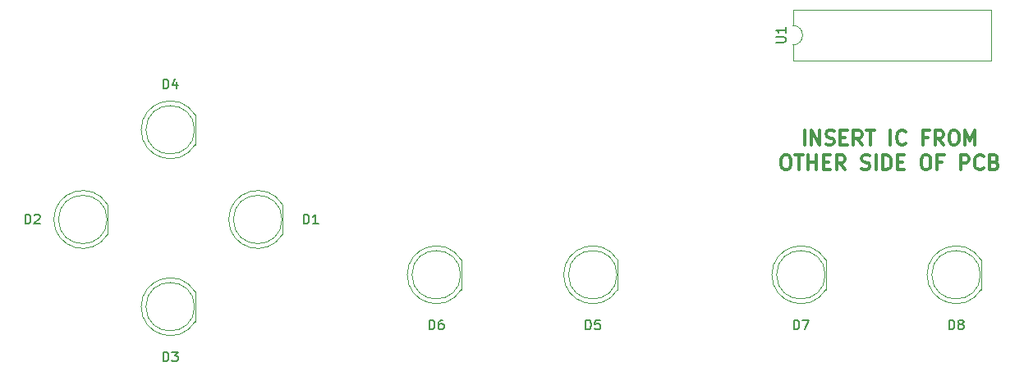
<source format=gto>
%TF.GenerationSoftware,KiCad,Pcbnew,5.1.10-88a1d61d58~88~ubuntu20.04.1*%
%TF.CreationDate,2021-05-28T03:57:09-05:00*%
%TF.ProjectId,vizboard-nes,76697a62-6f61-4726-942d-6e65732e6b69,rev?*%
%TF.SameCoordinates,Original*%
%TF.FileFunction,Legend,Top*%
%TF.FilePolarity,Positive*%
%FSLAX46Y46*%
G04 Gerber Fmt 4.6, Leading zero omitted, Abs format (unit mm)*
G04 Created by KiCad (PCBNEW 5.1.10-88a1d61d58~88~ubuntu20.04.1) date 2021-05-28 03:57:09*
%MOMM*%
%LPD*%
G01*
G04 APERTURE LIST*
%ADD10C,0.300000*%
%ADD11C,0.120000*%
%ADD12C,0.150000*%
%ADD13C,2.200000*%
%ADD14C,3.200000*%
%ADD15O,1.600000X1.600000*%
%ADD16R,1.600000X1.600000*%
%ADD17C,1.600000*%
%ADD18O,1.700000X1.700000*%
%ADD19R,1.700000X1.700000*%
%ADD20C,1.800000*%
%ADD21R,1.800000X1.800000*%
G04 APERTURE END LIST*
D10*
X156582285Y-82297571D02*
X156582285Y-80797571D01*
X157296571Y-82297571D02*
X157296571Y-80797571D01*
X158153714Y-82297571D01*
X158153714Y-80797571D01*
X158796571Y-82226142D02*
X159010857Y-82297571D01*
X159368000Y-82297571D01*
X159510857Y-82226142D01*
X159582285Y-82154714D01*
X159653714Y-82011857D01*
X159653714Y-81869000D01*
X159582285Y-81726142D01*
X159510857Y-81654714D01*
X159368000Y-81583285D01*
X159082285Y-81511857D01*
X158939428Y-81440428D01*
X158868000Y-81369000D01*
X158796571Y-81226142D01*
X158796571Y-81083285D01*
X158868000Y-80940428D01*
X158939428Y-80869000D01*
X159082285Y-80797571D01*
X159439428Y-80797571D01*
X159653714Y-80869000D01*
X160296571Y-81511857D02*
X160796571Y-81511857D01*
X161010857Y-82297571D02*
X160296571Y-82297571D01*
X160296571Y-80797571D01*
X161010857Y-80797571D01*
X162510857Y-82297571D02*
X162010857Y-81583285D01*
X161653714Y-82297571D02*
X161653714Y-80797571D01*
X162225142Y-80797571D01*
X162368000Y-80869000D01*
X162439428Y-80940428D01*
X162510857Y-81083285D01*
X162510857Y-81297571D01*
X162439428Y-81440428D01*
X162368000Y-81511857D01*
X162225142Y-81583285D01*
X161653714Y-81583285D01*
X162939428Y-80797571D02*
X163796571Y-80797571D01*
X163368000Y-82297571D02*
X163368000Y-80797571D01*
X165439428Y-82297571D02*
X165439428Y-80797571D01*
X167010857Y-82154714D02*
X166939428Y-82226142D01*
X166725142Y-82297571D01*
X166582285Y-82297571D01*
X166368000Y-82226142D01*
X166225142Y-82083285D01*
X166153714Y-81940428D01*
X166082285Y-81654714D01*
X166082285Y-81440428D01*
X166153714Y-81154714D01*
X166225142Y-81011857D01*
X166368000Y-80869000D01*
X166582285Y-80797571D01*
X166725142Y-80797571D01*
X166939428Y-80869000D01*
X167010857Y-80940428D01*
X169296571Y-81511857D02*
X168796571Y-81511857D01*
X168796571Y-82297571D02*
X168796571Y-80797571D01*
X169510857Y-80797571D01*
X170939428Y-82297571D02*
X170439428Y-81583285D01*
X170082285Y-82297571D02*
X170082285Y-80797571D01*
X170653714Y-80797571D01*
X170796571Y-80869000D01*
X170868000Y-80940428D01*
X170939428Y-81083285D01*
X170939428Y-81297571D01*
X170868000Y-81440428D01*
X170796571Y-81511857D01*
X170653714Y-81583285D01*
X170082285Y-81583285D01*
X171868000Y-80797571D02*
X172153714Y-80797571D01*
X172296571Y-80869000D01*
X172439428Y-81011857D01*
X172510857Y-81297571D01*
X172510857Y-81797571D01*
X172439428Y-82083285D01*
X172296571Y-82226142D01*
X172153714Y-82297571D01*
X171868000Y-82297571D01*
X171725142Y-82226142D01*
X171582285Y-82083285D01*
X171510857Y-81797571D01*
X171510857Y-81297571D01*
X171582285Y-81011857D01*
X171725142Y-80869000D01*
X171868000Y-80797571D01*
X173153714Y-82297571D02*
X173153714Y-80797571D01*
X173653714Y-81869000D01*
X174153714Y-80797571D01*
X174153714Y-82297571D01*
X154546571Y-83347571D02*
X154832285Y-83347571D01*
X154975142Y-83419000D01*
X155118000Y-83561857D01*
X155189428Y-83847571D01*
X155189428Y-84347571D01*
X155118000Y-84633285D01*
X154975142Y-84776142D01*
X154832285Y-84847571D01*
X154546571Y-84847571D01*
X154403714Y-84776142D01*
X154260857Y-84633285D01*
X154189428Y-84347571D01*
X154189428Y-83847571D01*
X154260857Y-83561857D01*
X154403714Y-83419000D01*
X154546571Y-83347571D01*
X155618000Y-83347571D02*
X156475142Y-83347571D01*
X156046571Y-84847571D02*
X156046571Y-83347571D01*
X156975142Y-84847571D02*
X156975142Y-83347571D01*
X156975142Y-84061857D02*
X157832285Y-84061857D01*
X157832285Y-84847571D02*
X157832285Y-83347571D01*
X158546571Y-84061857D02*
X159046571Y-84061857D01*
X159260857Y-84847571D02*
X158546571Y-84847571D01*
X158546571Y-83347571D01*
X159260857Y-83347571D01*
X160760857Y-84847571D02*
X160260857Y-84133285D01*
X159903714Y-84847571D02*
X159903714Y-83347571D01*
X160475142Y-83347571D01*
X160618000Y-83419000D01*
X160689428Y-83490428D01*
X160760857Y-83633285D01*
X160760857Y-83847571D01*
X160689428Y-83990428D01*
X160618000Y-84061857D01*
X160475142Y-84133285D01*
X159903714Y-84133285D01*
X162475142Y-84776142D02*
X162689428Y-84847571D01*
X163046571Y-84847571D01*
X163189428Y-84776142D01*
X163260857Y-84704714D01*
X163332285Y-84561857D01*
X163332285Y-84419000D01*
X163260857Y-84276142D01*
X163189428Y-84204714D01*
X163046571Y-84133285D01*
X162760857Y-84061857D01*
X162618000Y-83990428D01*
X162546571Y-83919000D01*
X162475142Y-83776142D01*
X162475142Y-83633285D01*
X162546571Y-83490428D01*
X162618000Y-83419000D01*
X162760857Y-83347571D01*
X163118000Y-83347571D01*
X163332285Y-83419000D01*
X163975142Y-84847571D02*
X163975142Y-83347571D01*
X164689428Y-84847571D02*
X164689428Y-83347571D01*
X165046571Y-83347571D01*
X165260857Y-83419000D01*
X165403714Y-83561857D01*
X165475142Y-83704714D01*
X165546571Y-83990428D01*
X165546571Y-84204714D01*
X165475142Y-84490428D01*
X165403714Y-84633285D01*
X165260857Y-84776142D01*
X165046571Y-84847571D01*
X164689428Y-84847571D01*
X166189428Y-84061857D02*
X166689428Y-84061857D01*
X166903714Y-84847571D02*
X166189428Y-84847571D01*
X166189428Y-83347571D01*
X166903714Y-83347571D01*
X168975142Y-83347571D02*
X169260857Y-83347571D01*
X169403714Y-83419000D01*
X169546571Y-83561857D01*
X169618000Y-83847571D01*
X169618000Y-84347571D01*
X169546571Y-84633285D01*
X169403714Y-84776142D01*
X169260857Y-84847571D01*
X168975142Y-84847571D01*
X168832285Y-84776142D01*
X168689428Y-84633285D01*
X168618000Y-84347571D01*
X168618000Y-83847571D01*
X168689428Y-83561857D01*
X168832285Y-83419000D01*
X168975142Y-83347571D01*
X170760857Y-84061857D02*
X170260857Y-84061857D01*
X170260857Y-84847571D02*
X170260857Y-83347571D01*
X170975142Y-83347571D01*
X172689428Y-84847571D02*
X172689428Y-83347571D01*
X173260857Y-83347571D01*
X173403714Y-83419000D01*
X173475142Y-83490428D01*
X173546571Y-83633285D01*
X173546571Y-83847571D01*
X173475142Y-83990428D01*
X173403714Y-84061857D01*
X173260857Y-84133285D01*
X172689428Y-84133285D01*
X175046571Y-84704714D02*
X174975142Y-84776142D01*
X174760857Y-84847571D01*
X174618000Y-84847571D01*
X174403714Y-84776142D01*
X174260857Y-84633285D01*
X174189428Y-84490428D01*
X174118000Y-84204714D01*
X174118000Y-83990428D01*
X174189428Y-83704714D01*
X174260857Y-83561857D01*
X174403714Y-83419000D01*
X174618000Y-83347571D01*
X174760857Y-83347571D01*
X174975142Y-83419000D01*
X175046571Y-83490428D01*
X176189428Y-84061857D02*
X176403714Y-84133285D01*
X176475142Y-84204714D01*
X176546571Y-84347571D01*
X176546571Y-84561857D01*
X176475142Y-84704714D01*
X176403714Y-84776142D01*
X176260857Y-84847571D01*
X175689428Y-84847571D01*
X175689428Y-83347571D01*
X176189428Y-83347571D01*
X176332285Y-83419000D01*
X176403714Y-83490428D01*
X176475142Y-83633285D01*
X176475142Y-83776142D01*
X176403714Y-83919000D01*
X176332285Y-83990428D01*
X176189428Y-84061857D01*
X175689428Y-84061857D01*
D11*
%TO.C,U1*%
X155402000Y-71956000D02*
X155402000Y-73606000D01*
X155402000Y-73606000D02*
X175842000Y-73606000D01*
X175842000Y-73606000D02*
X175842000Y-68306000D01*
X175842000Y-68306000D02*
X155402000Y-68306000D01*
X155402000Y-68306000D02*
X155402000Y-69956000D01*
X155402000Y-69956000D02*
G75*
G02*
X155402000Y-71956000I0J-1000000D01*
G01*
%TO.C,D8*%
X174726000Y-95721000D02*
G75*
G03*
X174726000Y-95721000I-2500000J0D01*
G01*
X174786000Y-97266000D02*
X174786000Y-94176000D01*
X169236000Y-95721462D02*
G75*
G02*
X174786000Y-94176170I2990000J462D01*
G01*
X169236000Y-95720538D02*
G75*
G03*
X174786000Y-97265830I2990000J-462D01*
G01*
%TO.C,D7*%
X158724000Y-95721000D02*
G75*
G03*
X158724000Y-95721000I-2500000J0D01*
G01*
X158784000Y-97266000D02*
X158784000Y-94176000D01*
X153234000Y-95721462D02*
G75*
G02*
X158784000Y-94176170I2990000J462D01*
G01*
X153234000Y-95720538D02*
G75*
G03*
X158784000Y-97265830I2990000J-462D01*
G01*
%TO.C,D6*%
X121132000Y-95721000D02*
G75*
G03*
X121132000Y-95721000I-2500000J0D01*
G01*
X121192000Y-97266000D02*
X121192000Y-94176000D01*
X115642000Y-95721462D02*
G75*
G02*
X121192000Y-94176170I2990000J462D01*
G01*
X115642000Y-95720538D02*
G75*
G03*
X121192000Y-97265830I2990000J-462D01*
G01*
%TO.C,D5*%
X137261000Y-95721000D02*
G75*
G03*
X137261000Y-95721000I-2500000J0D01*
G01*
X137321000Y-97266000D02*
X137321000Y-94176000D01*
X131771000Y-95721462D02*
G75*
G02*
X137321000Y-94176170I2990000J462D01*
G01*
X131771000Y-95720538D02*
G75*
G03*
X137321000Y-97265830I2990000J-462D01*
G01*
%TO.C,D4*%
X93700000Y-80735000D02*
G75*
G03*
X93700000Y-80735000I-2500000J0D01*
G01*
X93760000Y-82280000D02*
X93760000Y-79190000D01*
X88210000Y-80735462D02*
G75*
G02*
X93760000Y-79190170I2990000J462D01*
G01*
X88210000Y-80734538D02*
G75*
G03*
X93760000Y-82279830I2990000J-462D01*
G01*
%TO.C,D3*%
X93700000Y-99023000D02*
G75*
G03*
X93700000Y-99023000I-2500000J0D01*
G01*
X93760000Y-100568000D02*
X93760000Y-97478000D01*
X88210000Y-99023462D02*
G75*
G02*
X93760000Y-97478170I2990000J462D01*
G01*
X88210000Y-99022538D02*
G75*
G03*
X93760000Y-100567830I2990000J-462D01*
G01*
%TO.C,D2*%
X84683000Y-90006000D02*
G75*
G03*
X84683000Y-90006000I-2500000J0D01*
G01*
X84743000Y-91551000D02*
X84743000Y-88461000D01*
X79193000Y-90006462D02*
G75*
G02*
X84743000Y-88461170I2990000J462D01*
G01*
X79193000Y-90005538D02*
G75*
G03*
X84743000Y-91550830I2990000J-462D01*
G01*
%TO.C,D1*%
X102717000Y-90006000D02*
G75*
G03*
X102717000Y-90006000I-2500000J0D01*
G01*
X102777000Y-91551000D02*
X102777000Y-88461000D01*
X97227000Y-90006462D02*
G75*
G02*
X102777000Y-88461170I2990000J462D01*
G01*
X97227000Y-90005538D02*
G75*
G03*
X102777000Y-91550830I2990000J-462D01*
G01*
%TO.C,U1*%
D12*
X153644380Y-71717904D02*
X154453904Y-71717904D01*
X154549142Y-71670285D01*
X154596761Y-71622666D01*
X154644380Y-71527428D01*
X154644380Y-71336952D01*
X154596761Y-71241714D01*
X154549142Y-71194095D01*
X154453904Y-71146476D01*
X153644380Y-71146476D01*
X154644380Y-70146476D02*
X154644380Y-70717904D01*
X154644380Y-70432190D02*
X153644380Y-70432190D01*
X153787238Y-70527428D01*
X153882476Y-70622666D01*
X153930095Y-70717904D01*
%TO.C,D8*%
X171487904Y-101380380D02*
X171487904Y-100380380D01*
X171726000Y-100380380D01*
X171868857Y-100428000D01*
X171964095Y-100523238D01*
X172011714Y-100618476D01*
X172059333Y-100808952D01*
X172059333Y-100951809D01*
X172011714Y-101142285D01*
X171964095Y-101237523D01*
X171868857Y-101332761D01*
X171726000Y-101380380D01*
X171487904Y-101380380D01*
X172630761Y-100808952D02*
X172535523Y-100761333D01*
X172487904Y-100713714D01*
X172440285Y-100618476D01*
X172440285Y-100570857D01*
X172487904Y-100475619D01*
X172535523Y-100428000D01*
X172630761Y-100380380D01*
X172821238Y-100380380D01*
X172916476Y-100428000D01*
X172964095Y-100475619D01*
X173011714Y-100570857D01*
X173011714Y-100618476D01*
X172964095Y-100713714D01*
X172916476Y-100761333D01*
X172821238Y-100808952D01*
X172630761Y-100808952D01*
X172535523Y-100856571D01*
X172487904Y-100904190D01*
X172440285Y-100999428D01*
X172440285Y-101189904D01*
X172487904Y-101285142D01*
X172535523Y-101332761D01*
X172630761Y-101380380D01*
X172821238Y-101380380D01*
X172916476Y-101332761D01*
X172964095Y-101285142D01*
X173011714Y-101189904D01*
X173011714Y-100999428D01*
X172964095Y-100904190D01*
X172916476Y-100856571D01*
X172821238Y-100808952D01*
%TO.C,D7*%
X155485904Y-101380380D02*
X155485904Y-100380380D01*
X155724000Y-100380380D01*
X155866857Y-100428000D01*
X155962095Y-100523238D01*
X156009714Y-100618476D01*
X156057333Y-100808952D01*
X156057333Y-100951809D01*
X156009714Y-101142285D01*
X155962095Y-101237523D01*
X155866857Y-101332761D01*
X155724000Y-101380380D01*
X155485904Y-101380380D01*
X156390666Y-100380380D02*
X157057333Y-100380380D01*
X156628761Y-101380380D01*
%TO.C,D6*%
X117893904Y-101380380D02*
X117893904Y-100380380D01*
X118132000Y-100380380D01*
X118274857Y-100428000D01*
X118370095Y-100523238D01*
X118417714Y-100618476D01*
X118465333Y-100808952D01*
X118465333Y-100951809D01*
X118417714Y-101142285D01*
X118370095Y-101237523D01*
X118274857Y-101332761D01*
X118132000Y-101380380D01*
X117893904Y-101380380D01*
X119322476Y-100380380D02*
X119132000Y-100380380D01*
X119036761Y-100428000D01*
X118989142Y-100475619D01*
X118893904Y-100618476D01*
X118846285Y-100808952D01*
X118846285Y-101189904D01*
X118893904Y-101285142D01*
X118941523Y-101332761D01*
X119036761Y-101380380D01*
X119227238Y-101380380D01*
X119322476Y-101332761D01*
X119370095Y-101285142D01*
X119417714Y-101189904D01*
X119417714Y-100951809D01*
X119370095Y-100856571D01*
X119322476Y-100808952D01*
X119227238Y-100761333D01*
X119036761Y-100761333D01*
X118941523Y-100808952D01*
X118893904Y-100856571D01*
X118846285Y-100951809D01*
%TO.C,D5*%
X134022904Y-101380380D02*
X134022904Y-100380380D01*
X134261000Y-100380380D01*
X134403857Y-100428000D01*
X134499095Y-100523238D01*
X134546714Y-100618476D01*
X134594333Y-100808952D01*
X134594333Y-100951809D01*
X134546714Y-101142285D01*
X134499095Y-101237523D01*
X134403857Y-101332761D01*
X134261000Y-101380380D01*
X134022904Y-101380380D01*
X135499095Y-100380380D02*
X135022904Y-100380380D01*
X134975285Y-100856571D01*
X135022904Y-100808952D01*
X135118142Y-100761333D01*
X135356238Y-100761333D01*
X135451476Y-100808952D01*
X135499095Y-100856571D01*
X135546714Y-100951809D01*
X135546714Y-101189904D01*
X135499095Y-101285142D01*
X135451476Y-101332761D01*
X135356238Y-101380380D01*
X135118142Y-101380380D01*
X135022904Y-101332761D01*
X134975285Y-101285142D01*
%TO.C,D4*%
X90461904Y-76488380D02*
X90461904Y-75488380D01*
X90700000Y-75488380D01*
X90842857Y-75536000D01*
X90938095Y-75631238D01*
X90985714Y-75726476D01*
X91033333Y-75916952D01*
X91033333Y-76059809D01*
X90985714Y-76250285D01*
X90938095Y-76345523D01*
X90842857Y-76440761D01*
X90700000Y-76488380D01*
X90461904Y-76488380D01*
X91890476Y-75821714D02*
X91890476Y-76488380D01*
X91652380Y-75440761D02*
X91414285Y-76155047D01*
X92033333Y-76155047D01*
%TO.C,D3*%
X90461904Y-104682380D02*
X90461904Y-103682380D01*
X90700000Y-103682380D01*
X90842857Y-103730000D01*
X90938095Y-103825238D01*
X90985714Y-103920476D01*
X91033333Y-104110952D01*
X91033333Y-104253809D01*
X90985714Y-104444285D01*
X90938095Y-104539523D01*
X90842857Y-104634761D01*
X90700000Y-104682380D01*
X90461904Y-104682380D01*
X91366666Y-103682380D02*
X91985714Y-103682380D01*
X91652380Y-104063333D01*
X91795238Y-104063333D01*
X91890476Y-104110952D01*
X91938095Y-104158571D01*
X91985714Y-104253809D01*
X91985714Y-104491904D01*
X91938095Y-104587142D01*
X91890476Y-104634761D01*
X91795238Y-104682380D01*
X91509523Y-104682380D01*
X91414285Y-104634761D01*
X91366666Y-104587142D01*
%TO.C,D2*%
X76237904Y-90458380D02*
X76237904Y-89458380D01*
X76476000Y-89458380D01*
X76618857Y-89506000D01*
X76714095Y-89601238D01*
X76761714Y-89696476D01*
X76809333Y-89886952D01*
X76809333Y-90029809D01*
X76761714Y-90220285D01*
X76714095Y-90315523D01*
X76618857Y-90410761D01*
X76476000Y-90458380D01*
X76237904Y-90458380D01*
X77190285Y-89553619D02*
X77237904Y-89506000D01*
X77333142Y-89458380D01*
X77571238Y-89458380D01*
X77666476Y-89506000D01*
X77714095Y-89553619D01*
X77761714Y-89648857D01*
X77761714Y-89744095D01*
X77714095Y-89886952D01*
X77142666Y-90458380D01*
X77761714Y-90458380D01*
%TO.C,D1*%
X104939904Y-90458380D02*
X104939904Y-89458380D01*
X105178000Y-89458380D01*
X105320857Y-89506000D01*
X105416095Y-89601238D01*
X105463714Y-89696476D01*
X105511333Y-89886952D01*
X105511333Y-90029809D01*
X105463714Y-90220285D01*
X105416095Y-90315523D01*
X105320857Y-90410761D01*
X105178000Y-90458380D01*
X104939904Y-90458380D01*
X106463714Y-90458380D02*
X105892285Y-90458380D01*
X106178000Y-90458380D02*
X106178000Y-89458380D01*
X106082761Y-89601238D01*
X105987523Y-89696476D01*
X105892285Y-89744095D01*
%TD*%
%LPC*%
D13*
%TO.C,REF\u002A\u002A*%
X103709500Y-77242500D03*
%TD*%
%TO.C,REF\u002A\u002A*%
X131205000Y-67273000D03*
%TD*%
%TO.C,REF\u002A\u002A*%
X183719500Y-67273000D03*
%TD*%
%TO.C,REF\u002A\u002A*%
X183719500Y-102261500D03*
%TD*%
%TO.C,REF\u002A\u002A*%
X78690500Y-102261500D03*
%TD*%
%TO.C,REF\u002A\u002A*%
X126696500Y-102261500D03*
%TD*%
D14*
%TO.C,REF\u002A\u002A*%
X144717800Y-89244000D03*
%TD*%
%TO.C,REF\u002A\u002A*%
X138723400Y-86246800D03*
%TD*%
D15*
%TO.C,U2*%
X153938000Y-86704000D03*
X176798000Y-79084000D03*
X156478000Y-86704000D03*
X174258000Y-79084000D03*
X159018000Y-86704000D03*
X171718000Y-79084000D03*
X161558000Y-86704000D03*
X169178000Y-79084000D03*
X164098000Y-86704000D03*
X166638000Y-79084000D03*
X166638000Y-86704000D03*
X164098000Y-79084000D03*
X169178000Y-86704000D03*
X161558000Y-79084000D03*
X171718000Y-86704000D03*
X159018000Y-79084000D03*
X174258000Y-86704000D03*
X156478000Y-79084000D03*
X176798000Y-86704000D03*
D16*
X153938000Y-79084000D03*
%TD*%
D15*
%TO.C,U1*%
X156732000Y-67146000D03*
X174512000Y-74766000D03*
X159272000Y-67146000D03*
X171972000Y-74766000D03*
X161812000Y-67146000D03*
X169432000Y-74766000D03*
X164352000Y-67146000D03*
X166892000Y-74766000D03*
X166892000Y-67146000D03*
X164352000Y-74766000D03*
X169432000Y-67146000D03*
X161812000Y-74766000D03*
X171972000Y-67146000D03*
X159272000Y-74766000D03*
X174512000Y-67146000D03*
D16*
X156732000Y-74766000D03*
%TD*%
D15*
%TO.C,R8*%
X145810000Y-104230000D03*
D17*
X145810000Y-94070000D03*
%TD*%
D15*
%TO.C,R7*%
X140730000Y-104230000D03*
D17*
X140730000Y-94070000D03*
%TD*%
D15*
%TO.C,R6*%
X124982000Y-95594000D03*
D17*
X124982000Y-85434000D03*
%TD*%
D15*
%TO.C,R5*%
X128284000Y-95594000D03*
D17*
X128284000Y-85434000D03*
%TD*%
D15*
%TO.C,R4*%
X109234000Y-82132000D03*
D17*
X119394000Y-82132000D03*
%TD*%
%TO.C,R3*%
G36*
G01*
X105917480Y-101958520D02*
X105917480Y-101958520D01*
G75*
G02*
X105917480Y-103089890I-565685J-565685D01*
G01*
X105917480Y-103089890D01*
G75*
G02*
X104786110Y-103089890I-565685J565685D01*
G01*
X104786110Y-103089890D01*
G75*
G02*
X104786110Y-101958520I565685J565685D01*
G01*
X104786110Y-101958520D01*
G75*
G02*
X105917480Y-101958520I565685J-565685D01*
G01*
G37*
X112536000Y-95340000D03*
%TD*%
D15*
%TO.C,R2*%
X109234000Y-88736000D03*
D17*
X119394000Y-88736000D03*
%TD*%
D15*
%TO.C,R1*%
X109234000Y-85434000D03*
D17*
X119394000Y-85434000D03*
%TD*%
D18*
%TO.C,J1*%
X124982000Y-78576000D03*
X124982000Y-76036000D03*
X124982000Y-73496000D03*
X124982000Y-70956000D03*
D19*
X124982000Y-68416000D03*
%TD*%
D20*
%TO.C,D8*%
X170956000Y-95721000D03*
D21*
X173496000Y-95721000D03*
%TD*%
D20*
%TO.C,D7*%
X154954000Y-95721000D03*
D21*
X157494000Y-95721000D03*
%TD*%
D20*
%TO.C,D6*%
X117362000Y-95721000D03*
D21*
X119902000Y-95721000D03*
%TD*%
D20*
%TO.C,D5*%
X133491000Y-95721000D03*
D21*
X136031000Y-95721000D03*
%TD*%
D20*
%TO.C,D4*%
X89930000Y-80735000D03*
D21*
X92470000Y-80735000D03*
%TD*%
D20*
%TO.C,D3*%
X89930000Y-99023000D03*
D21*
X92470000Y-99023000D03*
%TD*%
D20*
%TO.C,D2*%
X80913000Y-90006000D03*
D21*
X83453000Y-90006000D03*
%TD*%
D20*
%TO.C,D1*%
X98947000Y-90006000D03*
D21*
X101487000Y-90006000D03*
%TD*%
M02*

</source>
